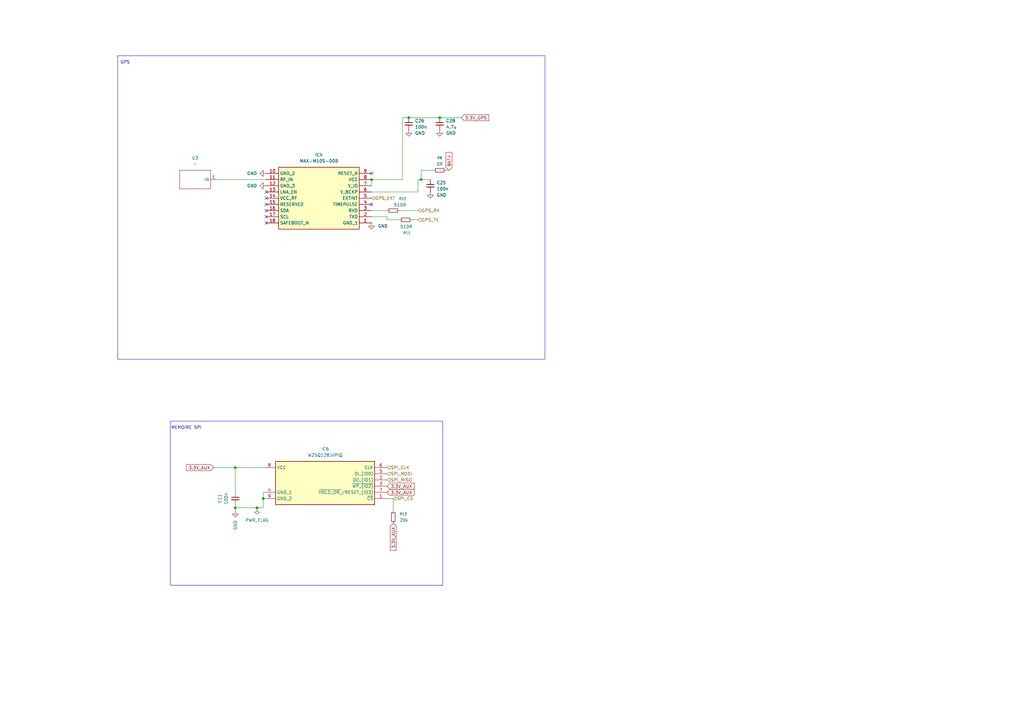
<source format=kicad_sch>
(kicad_sch (version 20250114) (generator "eeschema") (generator_version "9.0")
  (paper "A3")
  (lib_symbols
    (symbol "Device:C_Small" (pin_numbers (hide yes)) (pin_names (offset 0.254) (hide yes))
      (property "Reference" "C" (at 0.254 1.778 0))
      (property "Value" "C_Small" (at 0.254 -2.032 0))
      (symbol "C_Small_0_1"
        (polyline (pts (xy -1.524 0.508) (xy 1.524 0.508)) (stroke (width 0.3048)))
        (polyline (pts (xy -1.524 -0.508) (xy 1.524 -0.508)) (stroke (width 0.3302)))
      )
      (symbol "C_Small_1_1"
        (pin passive line (at 0 2.54 270) (length 2.032) (name "~") (number "1"))
        (pin passive line (at 0 -2.54 90) (length 2.032) (name "~") (number "2"))
      )
    )
    (symbol "R_Small_1" (pin_numbers (hide yes)) (pin_names (offset 0.254) (hide yes))
      (property "Reference" "R" (at 0 0 90))
      (property "Value" "R_Small" (at 1.778 0 90))
      (symbol "R_Small_1_0_1"
        (rectangle (start -0.762 1.778) (end 0.762 -1.778) (stroke (width 0.2032)))
      )
      (symbol "R_Small_1_1_1"
        (pin passive line (at 0 2.54 270) (length 0.762) (name "~") (number "1"))
        (pin passive line (at 0 -2.54 90) (length 0.762) (name "~") (number "2"))
      )
    )
    (symbol "power:GND" (power) (pin_numbers (hide yes)) (pin_names (offset 0) (hide yes))
      (property "Value" "GND" (at 0 -3.81 0))
      (symbol "GND_0_1"
        (polyline (pts (xy 0 0) (xy 0 -1.27) (xy 1.27 -1.27) (xy 0 -2.54) (xy -1.27 -1.27) (xy 0 -1.27)))
      )
      (symbol "GND_1_1"
        (pin power_in line (at 0 0 270) (length 0) (name "~") (number "1"))
      )
    )
    (symbol "power:PWR_FLAG" (power) (pin_numbers (hide yes)) (pin_names (offset 0) (hide yes))
      (property "Value" "PWR_FLAG" (at 0 3.81 0))
      (symbol "PWR_FLAG_0_0"
        (pin power_out line (at 0 0 90) (length 0) (name "~") (number "1"))
      )
      (symbol "PWR_FLAG_0_1"
        (polyline (pts (xy 0 0) (xy 0 1.27) (xy -1.016 1.905) (xy 0 2.54) (xy 1.016 1.905) (xy 0 1.27)))
      )
    )
    (symbol "samacsys2:GNSS_antenna_8mmx8mm"
      (property "Reference" "U" (at 0 0 0))
      (symbol "GNSS_antenna_8mmx8mm_0_1"
        (rectangle (start 1.27 -5.08) (end 13.97 -12.7))
      )
      (symbol "GNSS_antenna_8mmx8mm_1_1"
        (pin free line (at -1.27 -8.89 0) (length 2.54) (name "IN") (number "1"))
      )
    )
    (symbol "samacsys2:W25Q128JVPIQ"
      (property "Reference" "IC" (at 46.99 7.62 0))
      (property "Value" "W25Q128JVPIQ" (at 46.99 5.08 0))
      (symbol "W25Q128JVPIQ_1_1"
        (rectangle (start 5.08 2.54) (end 45.72 -15.24) (stroke (width 0.254)) (fill (type background)))
        (pin passive line (at 0 0 0) (length 5.08) (name "VCC") (number "8"))
        (pin passive line (at 0 -10.16 0) (length 5.08) (name "GND_1") (number "4"))
        (pin passive line (at 0 -12.7 0) (length 5.08) (name "GND_2") (number "9"))
        (pin passive line (at 50.8 0 180) (length 5.08) (name "CLK") (number "6"))
        (pin passive line (at 50.8 -2.54 180) (length 5.08) (name "DI_(IO0)") (number "5"))
        (pin passive line (at 50.8 -5.08 180) (length 5.08) (name "DO_(IO1)") (number "2"))
        (pin passive line (at 50.8 -7.62 180) (length 5.08) (name "~{WP_(IO2)}") (number "3"))
        (pin passive line (at 50.8 -10.16 180) (length 5.08) (name "~{HOLD_OR_}/RESET_(IO3)") (number "7"))
        (pin passive line (at 50.8 -12.7 180) (length 5.08) (name "~{CS}") (number "1"))
      )
    )
    (symbol "samacsys:MAX-M10S-00B"
      (property "Reference" "IC" (at 39.37 7.62 0))
      (property "Value" "MAX-M10S-00B" (at 39.37 5.08 0))
      (symbol "MAX-M10S-00B_1_1"
        (rectangle (start 5.08 2.54) (end 38.1 -22.86) (stroke (width 0.254)) (fill (type background)))
        (pin passive line (at 0 0 0) (length 5.08) (name "GND_2") (number "10"))
        (pin passive line (at 0 -2.54 0) (length 5.08) (name "RF_IN") (number "11"))
        (pin passive line (at 0 -5.08 0) (length 5.08) (name "GND_3") (number "12"))
        (pin passive line (at 0 -7.62 0) (length 5.08) (name "LNA_EN") (number "13"))
        (pin passive line (at 0 -10.16 0) (length 5.08) (name "VCC_RF") (number "14"))
        (pin passive line (at 0 -12.7 0) (length 5.08) (name "RESERVED") (number "15"))
        (pin passive line (at 0 -15.24 0) (length 5.08) (name "SDA") (number "16"))
        (pin passive line (at 0 -17.78 0) (length 5.08) (name "SCL") (number "17"))
        (pin passive line (at 0 -20.32 0) (length 5.08) (name "SAFEBOOT_N") (number "18"))
        (pin passive line (at 43.18 0 180) (length 5.08) (name "RESET_N") (number "9"))
        (pin passive line (at 43.18 -2.54 180) (length 5.08) (name "VCC") (number "8"))
        (pin passive line (at 43.18 -5.08 180) (length 5.08) (name "V_IO") (number "7"))
        (pin passive line (at 43.18 -7.62 180) (length 5.08) (name "V_BCKP") (number "6"))
        (pin passive line (at 43.18 -10.16 180) (length 5.08) (name "EXTINT") (number "5"))
        (pin passive line (at 43.18 -12.7 180) (length 5.08) (name "TIMEPULSE") (number "4"))
        (pin passive line (at 43.18 -15.24 180) (length 5.08) (name "RXD") (number "3"))
        (pin passive line (at 43.18 -17.78 180) (length 5.08) (name "TXD") (number "2"))
        (pin passive line (at 43.18 -20.32 180) (length 5.08) (name "GND_1") (number "1"))
      )
    )
  )
  (rectangle (start 69.85 172.72) (end 181.61 240.03))
  (rectangle (start 48.26 22.86) (end 223.52 147.32))
  (text "MEMOIRE SPI\n" (at 76.454 175.514 0) (effects (font (size 1.27 1.27))))
  (text "GPS" (at 51.308 25.654 0) (effects (font (size 1.27 1.27))))
  (junction (at 172.72 73.66))
  (junction (at 96.52 191.77))
  (junction (at 152.4 73.66))
  (junction (at 105.41 208.28))
  (junction (at 107.95 204.47))
  (junction (at 167.64 48.26))
  (junction (at 96.52 208.28))
  (junction (at 180.34 48.26))
  (no_connect (at 109.22 88.9))
  (no_connect (at 109.22 86.36))
  (no_connect (at 109.22 78.74))
  (no_connect (at 152.4 71.12))
  (no_connect (at 152.4 83.82))
  (no_connect (at 109.22 81.28))
  (no_connect (at 109.22 83.82))
  (no_connect (at 109.22 91.44))
  (wire (pts (xy 158.75 90.17) (xy 158.75 88.9)))
  (wire (pts (xy 87.63 191.77) (xy 96.52 191.77)))
  (wire (pts (xy 158.75 204.47) (xy 161.29 204.47)))
  (wire (pts (xy 158.75 88.9) (xy 152.4 88.9)))
  (wire (pts (xy 107.95 201.93) (xy 107.95 204.47)))
  (wire (pts (xy 107.95 208.28) (xy 107.95 204.47)))
  (wire (pts (xy 168.91 90.17) (xy 171.45 90.17)))
  (wire (pts (xy 161.29 204.47) (xy 161.29 209.55)))
  (wire (pts (xy 96.52 191.77) (xy 96.52 201.93)))
  (wire (pts (xy 152.4 73.66) (xy 165.1 73.66)))
  (wire (pts (xy 172.72 73.66) (xy 176.53 73.66)))
  (wire (pts (xy 96.52 208.28) (xy 96.52 207.01)))
  (wire (pts (xy 88.9 73.66) (xy 109.22 73.66)))
  (wire (pts (xy 152.4 73.66) (xy 152.4 76.2)))
  (wire (pts (xy 182.88 69.85) (xy 184.15 69.85)))
  (wire (pts (xy 152.4 78.74) (xy 171.45 78.74)))
  (wire (pts (xy 165.1 48.26) (xy 167.64 48.26)))
  (wire (pts (xy 180.34 48.26) (xy 189.23 48.26)))
  (wire (pts (xy 96.52 208.28) (xy 105.41 208.28)))
  (wire (pts (xy 96.52 209.55) (xy 96.52 208.28)))
  (wire (pts (xy 158.75 86.36) (xy 152.4 86.36)))
  (wire (pts (xy 171.45 78.74) (xy 171.45 73.66)))
  (wire (pts (xy 96.52 191.77) (xy 107.95 191.77)))
  (wire (pts (xy 171.45 86.36) (xy 163.83 86.36)))
  (wire (pts (xy 167.64 48.26) (xy 180.34 48.26)))
  (wire (pts (xy 177.8 69.85) (xy 172.72 69.85)))
  (wire (pts (xy 163.83 90.17) (xy 158.75 90.17)))
  (wire (pts (xy 165.1 73.66) (xy 165.1 48.26)))
  (wire (pts (xy 172.72 69.85) (xy 172.72 73.66)))
  (wire (pts (xy 171.45 73.66) (xy 172.72 73.66)))
  (wire (pts (xy 105.41 208.28) (xy 107.95 208.28)))
  (global_label "BAT+" (shape input) (at 184.15 69.85 90) (property "Intersheetrefs" "${INTERSHEET_REFS}" (effects (hide yes))))
  (global_label "3.3V_GPS" (shape input) (at 189.23 48.26 0) (property "Intersheetrefs" "${INTERSHEET_REFS}" (effects (hide yes))))
  (global_label "3.3V_AUX" (shape input) (at 158.75 201.93 0) (property "Intersheetrefs" "${INTERSHEET_REFS}" (effects (hide yes))))
  (global_label "3.3V_AUX" (shape input) (at 87.63 191.77 180) (property "Intersheetrefs" "${INTERSHEET_REFS}" (effects (hide yes))))
  (global_label "3.3V_AUX" (shape input) (at 158.75 199.39 0) (property "Intersheetrefs" "${INTERSHEET_REFS}" (effects (hide yes))))
  (global_label "3.3V_AUX" (shape input) (at 161.29 214.63 270) (property "Intersheetrefs" "${INTERSHEET_REFS}" (effects (hide yes))))
  (hierarchical_label "GPS_EXT" (shape input) (at 152.4 81.28 0))
  (hierarchical_label "GPS_RX" (shape input) (at 171.45 86.36 0))
  (hierarchical_label "SPI_CS" (shape input) (at 161.29 204.47 0))
  (hierarchical_label "GPS_TX" (shape input) (at 171.45 90.17 0))
  (hierarchical_label "SPI_CLK" (shape input) (at 158.75 191.77 0))
  (hierarchical_label "SPI_MOSI" (shape input) (at 158.75 194.31 0))
  (hierarchical_label "SPI_MISO" (shape input) (at 158.75 196.85 0))
  (symbol (lib_id "power:GND") (at 167.64 53.34 0) (unit 1)
    (property "Reference" "#PWR018" (effects (hide yes)))
    (property "Value" "GND" (at 170.18 54.6099 0) (effects (justify left)))
    (property "Description" "Power symbol creates a global label with name \"GND\" , ground" (effects (hide yes)))
  )
  (symbol (lib_id "Device:C_Small") (at 96.52 204.47 0) (mirror y) (unit 1)
    (property "Reference" "C11" (at 90.17 204.4763 90))
    (property "Value" "100n" (at 92.71 204.4763 90))
    (property "Footprint" "Capacitor_SMD:C_0201_0603Metric_Pad0.64x0.40mm_HandSolder" (effects (hide yes)))
    (property "Description" "Unpolarized capacitor, small symbol" (effects (hide yes)))
  )
  (symbol (lib_id "Device:C_Small") (at 176.53 76.2 0) (unit 1)
    (property "Reference" "C25" (at 179.07 74.9362 0) (effects (justify left)))
    (property "Value" "100n" (at 179.07 77.4762 0) (effects (justify left)))
    (property "Footprint" "Capacitor_SMD:C_0201_0603Metric_Pad0.64x0.40mm_HandSolder" (effects (hide yes)))
    (property "Description" "Unpolarized capacitor, small symbol" (effects (hide yes)))
  )
  (symbol (lib_name "R_Small_1") (lib_id "Device:R_Small") (at 180.34 69.85 270) (unit 1)
    (property "Reference" "R8" (at 180.34 64.77 90) (effects (font (size 1.016 1.016))))
    (property "Value" "0R" (at 180.34 67.31 90))
    (property "Footprint" "Resistor_SMD:R_0402_1005Metric" (effects (hide yes)))
    (property "Description" "Resistor, small symbol" (effects (hide yes)))
    (property "Mouser Part Number" "603-AC0201FR-07470KL" (effects (hide yes)))
    (property "Mouser Price/Stock" "https://www.mouser.fr/ProductDetail/YAGEO/AC0201FR-07470KL?qs=NgbZBzc1CyH0J6cte9SzFw%3D%3D" (effects (hide yes)))
  )
  (symbol (lib_id "samacsys2:W25Q128JVPIQ") (at 107.95 191.77 0) (unit 1)
    (property "Reference" "IC6" (at 133.35 184.15 0))
    (property "Value" "W25Q128JVPIQ" (at 133.35 186.69 0))
    (property "Footprint" "samacsys2:SON127P600X500X80-9N-D" (effects (hide yes)))
    (property "Datasheet" "https://www.winbond.com/hq/search-resource-file.jsp?partNo=W25Q128JVPIQ&type=datasheet" (effects (hide yes)))
    (property "Description" "128M-bit Serial Flash Memory with uniform 4KB sectors and Dual/Quad SPI" (effects (hide yes)))
    (property "Height" "0.8" (effects (hide yes)))
    (property "Manufacturer_Name" "Winbond" (effects (hide yes)))
    (property "Manufacturer_Part_Number" "W25Q128JVPIQ" (effects (hide yes)))
    (property "Mouser Part Number" "454-W25Q128JVPIQ" (effects (hide yes)))
    (property "Mouser Price/Stock" "https://www.mouser.co.uk/ProductDetail/Winbond/W25Q128JVPIQ?qs=qSfuJ%252Bfl%2Fd676hAD%252B1JSfw%3D%3D" (effects (hide yes)))
    (property "Arrow Part Number" "W25Q128JVPIQ" (effects (hide yes)))
    (property "Arrow Price/Stock" "https://www.arrow.com/en/products/w25q128jvpiq/winbond-electronics?region=nac" (effects (hide yes)))
  )
  (symbol (lib_id "power:GND") (at 96.52 209.55 0) (mirror y) (unit 1)
    (property "Reference" "#PWR023" (effects (hide yes)))
    (property "Value" "GND" (at 96.5199 213.36 90) (effects (justify right)))
    (property "Description" "Power symbol creates a global label with name \"GND\" , ground" (effects (hide yes)))
  )
  (symbol (lib_id "power:GND") (at 152.4 91.44 0) (unit 1)
    (property "Reference" "#PWR062" (effects (hide yes)))
    (property "Value" "GND" (at 154.94 92.7099 0) (effects (justify left)))
    (property "Description" "Power symbol creates a global label with name \"GND\" , ground" (effects (hide yes)))
  )
  (symbol (lib_id "power:GND") (at 176.53 78.74 0) (unit 1)
    (property "Reference" "#PWR011" (effects (hide yes)))
    (property "Value" "GND" (at 179.07 80.0099 0) (effects (justify left)))
    (property "Description" "Power symbol creates a global label with name \"GND\" , ground" (effects (hide yes)))
  )
  (symbol (lib_id "Device:C_Small") (at 180.34 50.8 0) (unit 1)
    (property "Reference" "C28" (at 182.88 49.5362 0) (effects (justify left)))
    (property "Value" "4.7u" (at 182.88 52.0762 0) (effects (justify left)))
    (property "Footprint" "Capacitor_SMD:C_0402_1005Metric" (effects (hide yes)))
    (property "Description" "Unpolarized capacitor, small symbol" (effects (hide yes)))
  )
  (symbol (lib_id "samacsys2:GNSS_antenna_8mmx8mm") (at 87.63 82.55 180) (unit 1)
    (property "Reference" "U3" (at 80.01 64.77 0))
    (property "Value" "~" (at 80.01 67.31 0))
    (property "Footprint" "samacsys2:GNSS_8mmx8mm" (effects (hide yes)))
  )
  (symbol (lib_name "R_Small_1") (lib_id "Device:R_Small") (at 161.29 86.36 90) (unit 1)
    (property "Reference" "R12" (at 165.1 81.534 90) (effects (font (size 1.016 1.016))))
    (property "Value" "510R" (at 164.084 84.074 90))
    (property "Footprint" "Resistor_SMD:R_0201_0603Metric_Pad0.64x0.40mm_HandSolder" (effects (hide yes)))
    (property "Description" "Resistor, small symbol" (effects (hide yes)))
    (property "Mouser Part Number" "603-RC0201JR-07510RL" (effects (hide yes)))
    (property "Mouser Price/Stock" "https://www.mouser.fr/ProductDetail/YAGEO/RC0201JR-07510RL?qs=Q4gDqC5t5%2FDAdrMT21SmCw%3D%3D" (effects (hide yes)))
  )
  (symbol (lib_id "power:GND") (at 180.34 53.34 0) (unit 1)
    (property "Reference" "#PWR026" (effects (hide yes)))
    (property "Value" "GND" (at 182.88 54.6099 0) (effects (justify left)))
    (property "Description" "Power symbol creates a global label with name \"GND\" , ground" (effects (hide yes)))
  )
  (symbol (lib_name "R_Small_1") (lib_id "Device:R_Small") (at 166.37 90.17 90) (unit 1)
    (property "Reference" "R11" (at 166.878 95.504 90) (effects (font (size 1.016 1.016))))
    (property "Value" "510R" (at 166.624 92.964 90))
    (property "Footprint" "Resistor_SMD:R_0201_0603Metric_Pad0.64x0.40mm_HandSolder" (effects (hide yes)))
    (property "Description" "Resistor, small symbol" (effects (hide yes)))
    (property "Mouser Part Number" "603-RC0201JR-07510RL" (effects (hide yes)))
    (property "Mouser Price/Stock" "https://www.mouser.fr/ProductDetail/YAGEO/RC0201JR-07510RL?qs=Q4gDqC5t5%2FDAdrMT21SmCw%3D%3D" (effects (hide yes)))
  )
  (symbol (lib_id "Device:C_Small") (at 167.64 50.8 0) (unit 1)
    (property "Reference" "C26" (at 170.18 49.5362 0) (effects (justify left)))
    (property "Value" "100n" (at 170.18 52.0762 0) (effects (justify left)))
    (property "Footprint" "Capacitor_SMD:C_0201_0603Metric_Pad0.64x0.40mm_HandSolder" (effects (hide yes)))
    (property "Description" "Unpolarized capacitor, small symbol" (effects (hide yes)))
  )
  (symbol (lib_id "samacsys:MAX-M10S-00B") (at 109.22 71.12 0) (unit 1)
    (property "Reference" "IC4" (at 130.81 63.5 0))
    (property "Value" "MAX-M10S-00B" (at 130.81 66.04 0))
    (property "Footprint" "samacsys:MAXM10S00B" (effects (hide yes)))
    (property "Datasheet" "https://content.u-blox.com/sites/default/files/MAX-M10S_IntegrationManual_UBX-20053088.pdf" (effects (hide yes)))
    (property "Description" "GPS Modules u-blox M10 GNSS LCC module, firmware in ROM, SAW filter, LNA" (effects (hide yes)))
    (property "Height" "2.7" (effects (hide yes)))
    (property "Manufacturer_Name" "u-blox" (effects (hide yes)))
    (property "Manufacturer_Part_Number" "MAX-M10S-00B" (effects (hide yes)))
    (property "Mouser Part Number" "377-MAX-M10S-00B" (effects (hide yes)))
    (property "Mouser Price/Stock" "https://www.mouser.co.uk/ProductDetail/u-blox/MAX-M10S-00B?qs=A6eO%252BMLsxmT0PfQYPb7LLQ%3D%3D" (effects (hide yes)))
    (property "Arrow Part Number" "MAX-M10S-00B" (effects (hide yes)))
    (property "Arrow Price/Stock" "https://www.arrow.com/en/products/max-m10s-00b/u-blox?utm_currency=USD&region=nac" (effects (hide yes)))
  )
  (symbol (lib_name "R_Small_1") (lib_id "Device:R_Small") (at 161.29 212.09 0) (unit 1)
    (property "Reference" "R13" (at 163.83 210.8199 0) (effects (font (size 1.016 1.016)) (justify left)))
    (property "Value" "20k" (at 163.83 213.3599 0) (effects (justify left)))
    (property "Footprint" "Resistor_SMD:R_0201_0603Metric_Pad0.64x0.40mm_HandSolder" (effects (hide yes)))
    (property "Description" "Resistor, small symbol" (effects (hide yes)))
    (property "Mouser Part Number" "603-AC0201FR-0720KL" (effects (hide yes)))
    (property "Mouser Price/Stock" "https://www.mouser.fr/ProductDetail/YAGEO/AC0201FR-0720KL?qs=NgbZBzc1CyEbaKDOC3%252BFfg%3D%3D" (effects (hide yes)))
  )
  (symbol (lib_id "power:PWR_FLAG") (at 105.41 208.28 180) (unit 1)
    (property "Reference" "#FLG02" (effects (hide yes)))
    (property "Value" "PWR_FLAG" (at 105.41 213.36 0))
    (property "Description" "Special symbol for telling ERC where power comes from" (effects (hide yes)))
  )
  (symbol (lib_id "power:GND") (at 109.22 76.2 270) (unit 1)
    (property "Reference" "#PWR061" (effects (hide yes)))
    (property "Value" "GND" (at 105.41 76.1999 90) (effects (justify right)))
    (property "Description" "Power symbol creates a global label with name \"GND\" , ground" (effects (hide yes)))
  )
  (symbol (lib_id "power:GND") (at 109.22 71.12 270) (unit 1)
    (property "Reference" "#PWR01" (effects (hide yes)))
    (property "Value" "GND" (at 105.41 71.1199 90) (effects (justify right)))
    (property "Description" "Power symbol creates a global label with name \"GND\" , ground" (effects (hide yes)))
  )
)
</source>
